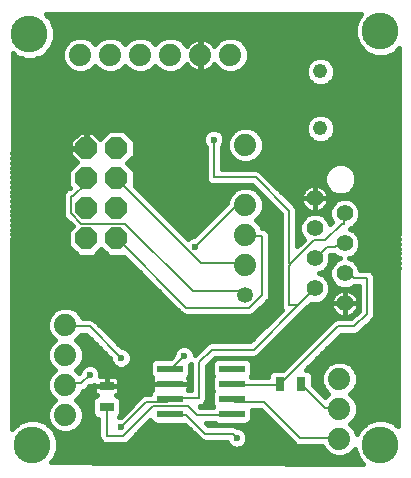
<source format=gbl>
G75*
%MOIN*%
%OFA0B0*%
%FSLAX24Y24*%
%IPPOS*%
%LPD*%
%AMOC8*
5,1,8,0,0,1.08239X$1,22.5*
%
%ADD10R,0.0870X0.0240*%
%ADD11C,0.0480*%
%ADD12R,0.0472X0.0315*%
%ADD13R,0.0315X0.0472*%
%ADD14C,0.0740*%
%ADD15C,0.0531*%
%ADD16OC8,0.0740*%
%ADD17C,0.0560*%
%ADD18C,0.0059*%
%ADD19C,0.0236*%
%ADD20C,0.0160*%
%ADD21C,0.1227*%
D10*
X009680Y006840D03*
X009680Y007340D03*
X009680Y007840D03*
X009680Y008340D03*
X011740Y008340D03*
X011740Y007840D03*
X011740Y007340D03*
X011740Y006840D03*
D11*
X014690Y016350D03*
X014690Y018250D03*
D12*
X007560Y007775D03*
X007560Y007066D03*
D13*
X013325Y007830D03*
X014034Y007830D03*
D14*
X015320Y008000D03*
X015320Y007000D03*
X015320Y006000D03*
X012190Y011800D03*
X012190Y012800D03*
X012190Y013800D03*
X012190Y015800D03*
X011690Y018800D03*
X010690Y018800D03*
X009690Y018800D03*
X008690Y018800D03*
X007690Y018800D03*
X006690Y018800D03*
X006190Y009800D03*
X006190Y008800D03*
X006190Y007800D03*
X006190Y006800D03*
D15*
X012190Y010800D03*
D16*
X007890Y012690D03*
X007890Y013690D03*
X007890Y014690D03*
X007890Y015690D03*
X006890Y015690D03*
X006890Y014690D03*
X006890Y013690D03*
X006890Y012690D03*
D17*
X014500Y013020D03*
X014500Y014020D03*
X015500Y013520D03*
X015500Y012520D03*
X015500Y011520D03*
X015500Y010520D03*
X014500Y011020D03*
X014500Y012020D03*
D18*
X014560Y012060D01*
X014910Y012410D01*
X015190Y012410D01*
X015260Y012480D01*
X015470Y012480D01*
X015500Y012520D01*
X015470Y013180D02*
X015400Y013180D01*
X014840Y012620D01*
X014490Y012620D01*
X013720Y011850D01*
X013650Y011850D01*
X013650Y013600D01*
X012530Y014720D01*
X011130Y014720D01*
X011130Y015980D01*
X011830Y013740D02*
X012180Y013740D01*
X012190Y013800D01*
X011830Y013740D02*
X010500Y012410D01*
X010710Y011850D02*
X012180Y011850D01*
X012190Y011800D01*
X012040Y010940D02*
X010430Y010940D01*
X008190Y013180D01*
X006720Y013180D01*
X006370Y013530D01*
X006370Y014090D01*
X006440Y014090D01*
X006860Y014510D01*
X006860Y014650D01*
X006890Y014690D01*
X007890Y014690D02*
X007910Y014650D01*
X010710Y011850D01*
X010220Y010380D02*
X012320Y010380D01*
X012740Y010800D01*
X012740Y012760D01*
X012250Y012760D01*
X012190Y012800D01*
X013650Y011780D02*
X013650Y010450D01*
X013930Y010450D01*
X014500Y011020D01*
X013930Y010450D02*
X012460Y008980D01*
X011060Y008980D01*
X010640Y008560D01*
X010640Y007370D01*
X009730Y007370D01*
X009680Y007340D01*
X009660Y007300D01*
X009590Y007230D01*
X008890Y007230D01*
X008050Y006390D01*
X008120Y006110D02*
X009100Y007090D01*
X010290Y007090D01*
X010570Y006810D01*
X011690Y006810D01*
X011740Y006840D01*
X011830Y007230D02*
X011760Y007300D01*
X011740Y007340D01*
X011830Y007230D02*
X012810Y007230D01*
X014000Y006040D01*
X015260Y006040D01*
X015320Y006000D01*
X015320Y007000D02*
X015260Y007020D01*
X014840Y007020D01*
X014070Y007790D01*
X014034Y007830D01*
X013370Y007860D02*
X013325Y007830D01*
X013300Y007790D01*
X011760Y007790D01*
X011740Y007840D01*
X011760Y006180D02*
X010850Y006180D01*
X010220Y006810D01*
X009730Y006810D01*
X009680Y006840D01*
X009680Y008340D02*
X009730Y008350D01*
X010150Y008770D01*
X010220Y010380D02*
X007910Y012690D01*
X007890Y012690D01*
X007000Y009750D02*
X006230Y009750D01*
X006190Y009800D01*
X007000Y009750D02*
X008050Y008700D01*
X007000Y008140D02*
X006720Y007860D01*
X006230Y007860D01*
X006190Y007800D01*
X007560Y007066D02*
X007560Y006110D01*
X008120Y006110D01*
X011760Y006180D02*
X011900Y006040D01*
X013370Y007860D02*
X015260Y009750D01*
X015820Y009750D01*
X016240Y010170D01*
X016240Y011360D01*
X015820Y011360D01*
X015610Y011570D01*
X015540Y011570D01*
X015500Y011520D01*
X015470Y013180D02*
X015470Y013460D01*
X015500Y013520D01*
X013720Y011850D02*
X013650Y011780D01*
X012190Y010800D02*
X012180Y010800D01*
X012040Y010940D01*
D19*
X010500Y012410D03*
X011130Y015980D03*
X010150Y008770D03*
X008050Y008700D03*
X007000Y008140D03*
X008050Y006390D03*
X011900Y006040D03*
D20*
X011988Y005690D02*
X014788Y005690D01*
X014802Y005655D02*
X014754Y005771D01*
X013946Y005771D01*
X013847Y005812D01*
X013771Y005888D01*
X012698Y006961D01*
X012414Y006961D01*
X012414Y006673D01*
X012378Y006585D01*
X012310Y006517D01*
X012222Y006480D01*
X011257Y006480D01*
X011169Y006517D01*
X011145Y006541D01*
X010870Y006541D01*
X010961Y006450D01*
X011813Y006450D01*
X011912Y006409D01*
X011923Y006399D01*
X011971Y006399D01*
X012102Y006344D01*
X012203Y006243D01*
X012258Y006112D01*
X012258Y005969D01*
X012203Y005838D01*
X012102Y005737D01*
X011971Y005682D01*
X011828Y005682D01*
X011697Y005737D01*
X011596Y005838D01*
X011566Y005911D01*
X010796Y005911D01*
X010697Y005952D01*
X010167Y006482D01*
X010166Y006482D01*
X010167Y006482D02*
X010162Y006480D01*
X009197Y006480D01*
X009109Y006517D01*
X009041Y006585D01*
X009022Y006631D01*
X008272Y005882D01*
X008173Y005841D01*
X007506Y005841D01*
X007407Y005882D01*
X007331Y005958D01*
X007290Y006057D01*
X007290Y006669D01*
X007276Y006669D01*
X007187Y006705D01*
X007120Y006773D01*
X007083Y006861D01*
X007083Y007271D01*
X007120Y007360D01*
X007187Y007427D01*
X007249Y007453D01*
X007213Y007473D01*
X007179Y007507D01*
X007156Y007548D01*
X007143Y007594D01*
X007143Y007775D01*
X007559Y007775D01*
X007559Y007775D01*
X007559Y008112D01*
X007358Y008112D01*
X007358Y008212D01*
X007303Y008343D01*
X007202Y008444D01*
X007071Y008499D01*
X006928Y008499D01*
X006797Y008444D01*
X006696Y008343D01*
X006641Y008212D01*
X006641Y008211D01*
X006552Y008300D01*
X006707Y008455D01*
X006799Y008679D01*
X006799Y008922D01*
X006707Y009146D01*
X006552Y009300D01*
X006707Y009455D01*
X006717Y009481D01*
X006888Y009481D01*
X007691Y008677D01*
X007691Y008629D01*
X007746Y008498D01*
X007847Y008397D01*
X007978Y008342D01*
X008121Y008342D01*
X008252Y008397D01*
X008353Y008498D01*
X008408Y008629D01*
X008408Y008772D01*
X008353Y008903D01*
X008252Y009004D01*
X008121Y009059D01*
X008073Y009059D01*
X007228Y009903D01*
X007152Y009979D01*
X007053Y010020D01*
X006759Y010020D01*
X006707Y010146D01*
X006535Y010318D01*
X006311Y010410D01*
X006068Y010410D01*
X005844Y010318D01*
X005672Y010146D01*
X005580Y009922D01*
X005580Y009679D01*
X005672Y009455D01*
X005827Y009300D01*
X005672Y009146D01*
X005580Y008922D01*
X005580Y008679D01*
X005672Y008455D01*
X005827Y008300D01*
X005672Y008146D01*
X005580Y007922D01*
X005580Y007679D01*
X005672Y007455D01*
X005827Y007300D01*
X005672Y007146D01*
X005580Y006922D01*
X005580Y006679D01*
X005672Y006455D01*
X005844Y006283D01*
X006068Y006190D01*
X006311Y006190D01*
X006535Y006283D01*
X006707Y006455D01*
X006799Y006679D01*
X006799Y006922D01*
X006707Y007146D01*
X006552Y007300D01*
X006707Y007455D01*
X006763Y007591D01*
X006773Y007591D01*
X006872Y007632D01*
X006948Y007708D01*
X007023Y007782D01*
X007071Y007782D01*
X007143Y007812D01*
X007143Y007775D01*
X007559Y007775D01*
X007560Y007775D01*
X007976Y007775D01*
X007976Y007956D01*
X007963Y008002D01*
X007940Y008043D01*
X007906Y008076D01*
X007865Y008100D01*
X007819Y008112D01*
X007560Y008112D01*
X007560Y007775D01*
X007560Y007775D01*
X007976Y007775D01*
X007976Y007594D01*
X007963Y007548D01*
X007940Y007507D01*
X007906Y007473D01*
X007870Y007453D01*
X007932Y007427D01*
X007999Y007360D01*
X008036Y007271D01*
X008036Y006861D01*
X007999Y006773D01*
X007973Y006746D01*
X007978Y006749D01*
X008026Y006749D01*
X008661Y007383D01*
X008737Y007459D01*
X008836Y007500D01*
X009005Y007500D01*
X009005Y007508D01*
X009041Y007596D01*
X009084Y007639D01*
X009077Y007651D01*
X009065Y007697D01*
X009065Y007840D01*
X009679Y007840D01*
X009679Y007841D01*
X009064Y007841D01*
X009065Y007984D01*
X009077Y008030D01*
X009084Y008042D01*
X009041Y008085D01*
X009005Y008173D01*
X009005Y008508D01*
X009041Y008596D01*
X009109Y008664D01*
X009197Y008700D01*
X009698Y008700D01*
X009791Y008794D01*
X009791Y008842D01*
X009846Y008973D01*
X009947Y009074D01*
X010078Y009129D01*
X010221Y009129D01*
X010352Y009074D01*
X010453Y008973D01*
X010508Y008842D01*
X010508Y008810D01*
X010907Y009209D01*
X011006Y009250D01*
X012348Y009250D01*
X013414Y010316D01*
X013380Y010397D01*
X013380Y013489D01*
X012418Y014451D01*
X011076Y014451D01*
X010977Y014492D01*
X010901Y014568D01*
X010860Y014667D01*
X010860Y015744D01*
X010826Y015778D01*
X010771Y015909D01*
X010771Y016052D01*
X010826Y016183D01*
X010927Y016284D01*
X011058Y016339D01*
X011201Y016339D01*
X011332Y016284D01*
X011433Y016183D01*
X011488Y016052D01*
X011488Y015909D01*
X011433Y015778D01*
X011399Y015744D01*
X011399Y014990D01*
X012583Y014990D01*
X012682Y014949D01*
X013802Y013829D01*
X013878Y013753D01*
X013919Y013654D01*
X013919Y012431D01*
X014136Y012648D01*
X014059Y012726D01*
X013980Y012917D01*
X013980Y013124D01*
X014059Y013315D01*
X014205Y013461D01*
X014396Y013540D01*
X014603Y013540D01*
X014794Y013461D01*
X014940Y013315D01*
X015003Y013165D01*
X015061Y013223D01*
X015059Y013226D01*
X014980Y013417D01*
X014980Y013624D01*
X015059Y013815D01*
X015205Y013961D01*
X015396Y014040D01*
X015603Y014040D01*
X015794Y013961D01*
X015940Y013815D01*
X016019Y013624D01*
X016019Y013417D01*
X015940Y013226D01*
X015794Y013080D01*
X015704Y013042D01*
X015698Y013028D01*
X015679Y013009D01*
X015794Y012961D01*
X015940Y012815D01*
X016019Y012624D01*
X016019Y012417D01*
X015940Y012226D01*
X015794Y012080D01*
X015651Y012020D01*
X015794Y011961D01*
X015940Y011815D01*
X016017Y011630D01*
X016293Y011630D01*
X016392Y011589D01*
X016468Y011513D01*
X016509Y011414D01*
X016509Y010117D01*
X016468Y010018D01*
X016392Y009942D01*
X016392Y009942D01*
X016048Y009598D01*
X016048Y009598D01*
X015972Y009522D01*
X015873Y009481D01*
X015371Y009481D01*
X014197Y008307D01*
X014239Y008307D01*
X014327Y008270D01*
X014395Y008203D01*
X014431Y008114D01*
X014431Y007810D01*
X014849Y007392D01*
X014957Y007500D01*
X014802Y007655D01*
X014710Y007879D01*
X014710Y008122D01*
X014802Y008346D01*
X014974Y008518D01*
X015198Y008610D01*
X015441Y008610D01*
X015665Y008518D01*
X015837Y008346D01*
X015929Y008122D01*
X015929Y007879D01*
X015837Y007655D01*
X015682Y007500D01*
X015837Y007346D01*
X015929Y007122D01*
X015929Y006879D01*
X015837Y006655D01*
X015682Y006500D01*
X015837Y006346D01*
X015914Y006159D01*
X015966Y006284D01*
X016206Y006524D01*
X016520Y006654D01*
X016859Y006654D01*
X017173Y006524D01*
X017274Y006422D01*
X017315Y019019D01*
X017173Y018877D01*
X016859Y018747D01*
X016520Y018747D01*
X016206Y018877D01*
X015966Y019117D01*
X015836Y019431D01*
X015836Y019770D01*
X015966Y020084D01*
X016040Y020158D01*
X005533Y020164D01*
X005713Y019984D01*
X005843Y019670D01*
X005843Y019331D01*
X005713Y019017D01*
X005473Y018777D01*
X005159Y018647D01*
X004820Y018647D01*
X004506Y018777D01*
X004428Y018855D01*
X004415Y006333D01*
X004606Y006524D01*
X004920Y006654D01*
X005259Y006654D01*
X005573Y006524D01*
X005813Y006284D01*
X005943Y005970D01*
X005943Y005631D01*
X005813Y005317D01*
X005718Y005222D01*
X016124Y005159D01*
X015966Y005317D01*
X015836Y005631D01*
X015836Y005654D01*
X015665Y005483D01*
X015441Y005390D01*
X015198Y005390D01*
X014974Y005483D01*
X014802Y005655D01*
X014926Y005531D02*
X005902Y005531D01*
X005943Y005690D02*
X011811Y005690D01*
X011592Y005848D02*
X008190Y005848D01*
X008397Y006007D02*
X010642Y006007D01*
X010484Y006165D02*
X008555Y006165D01*
X008714Y006324D02*
X010325Y006324D01*
X010681Y007080D02*
X010660Y007101D01*
X010693Y007101D01*
X010792Y007142D01*
X010868Y007218D01*
X010909Y007317D01*
X010909Y008449D01*
X011171Y008711D01*
X012513Y008711D01*
X012612Y008752D01*
X012688Y008828D01*
X014082Y010222D01*
X014082Y010222D01*
X014158Y010298D01*
X014371Y010511D01*
X014396Y010500D01*
X014603Y010500D01*
X014794Y010580D01*
X014940Y010726D01*
X015019Y010917D01*
X015019Y011124D01*
X014940Y011315D01*
X014794Y011461D01*
X014651Y011520D01*
X014794Y011580D01*
X014940Y011726D01*
X015019Y011917D01*
X015019Y012124D01*
X015015Y012135D01*
X015021Y012141D01*
X015144Y012141D01*
X015205Y012080D01*
X015348Y012020D01*
X015205Y011961D01*
X015059Y011815D01*
X014980Y011624D01*
X014980Y011417D01*
X015059Y011226D01*
X015205Y011080D01*
X015396Y011000D01*
X015603Y011000D01*
X015794Y011080D01*
X015805Y011091D01*
X015970Y011091D01*
X015970Y010282D01*
X015708Y010020D01*
X015206Y010020D01*
X015107Y009979D01*
X015031Y009903D01*
X013435Y008307D01*
X013120Y008307D01*
X013032Y008270D01*
X012964Y008203D01*
X012928Y008114D01*
X012928Y008060D01*
X012393Y008060D01*
X012380Y008090D01*
X012414Y008173D01*
X012414Y008508D01*
X012378Y008596D01*
X012310Y008664D01*
X012222Y008700D01*
X011257Y008700D01*
X011169Y008664D01*
X011101Y008596D01*
X011065Y008508D01*
X011065Y008173D01*
X011099Y008090D01*
X011065Y008008D01*
X011065Y007673D01*
X011099Y007590D01*
X011065Y007508D01*
X011065Y007173D01*
X011099Y007090D01*
X011094Y007080D01*
X010681Y007080D01*
X010729Y007116D02*
X011088Y007116D01*
X011065Y007275D02*
X010891Y007275D01*
X010909Y007433D02*
X011065Y007433D01*
X011098Y007592D02*
X010909Y007592D01*
X010909Y007750D02*
X011065Y007750D01*
X011065Y007909D02*
X010909Y007909D01*
X010909Y008067D02*
X011089Y008067D01*
X011065Y008226D02*
X010909Y008226D01*
X010909Y008384D02*
X011065Y008384D01*
X011079Y008543D02*
X011003Y008543D01*
X011161Y008701D02*
X013829Y008701D01*
X013987Y008860D02*
X012720Y008860D01*
X012878Y009018D02*
X014146Y009018D01*
X014304Y009177D02*
X013037Y009177D01*
X013195Y009335D02*
X014463Y009335D01*
X014621Y009494D02*
X013354Y009494D01*
X013512Y009652D02*
X014780Y009652D01*
X014938Y009811D02*
X013671Y009811D01*
X013829Y009969D02*
X015097Y009969D01*
X015200Y010170D02*
X015149Y010221D01*
X015106Y010279D01*
X015073Y010344D01*
X015051Y010413D01*
X015040Y010484D01*
X015040Y010520D01*
X015499Y010520D01*
X015499Y010521D01*
X015499Y010980D01*
X015463Y010980D01*
X015392Y010969D01*
X015323Y010947D01*
X015258Y010914D01*
X015200Y010871D01*
X015149Y010820D01*
X015106Y010762D01*
X015073Y010697D01*
X015051Y010628D01*
X015040Y010557D01*
X015039Y010521D01*
X015499Y010521D01*
X015500Y010521D01*
X015500Y010980D01*
X015536Y010980D01*
X015607Y010969D01*
X015676Y010947D01*
X015741Y010914D01*
X015799Y010871D01*
X015850Y010820D01*
X015893Y010762D01*
X015926Y010697D01*
X015948Y010628D01*
X015959Y010557D01*
X015959Y010521D01*
X015500Y010521D01*
X015500Y010520D01*
X015959Y010520D01*
X015959Y010484D01*
X015948Y010413D01*
X015926Y010344D01*
X015893Y010279D01*
X015850Y010221D01*
X015799Y010170D01*
X015741Y010127D01*
X015676Y010094D01*
X015607Y010072D01*
X015536Y010060D01*
X015500Y010060D01*
X015500Y010520D01*
X015499Y010520D01*
X015499Y010060D01*
X015463Y010060D01*
X015392Y010072D01*
X015323Y010094D01*
X015258Y010127D01*
X015200Y010170D01*
X015258Y010128D02*
X013988Y010128D01*
X014146Y010286D02*
X015103Y010286D01*
X015046Y010445D02*
X014305Y010445D01*
X014158Y010298D02*
X014158Y010298D01*
X014817Y010603D02*
X015047Y010603D01*
X015106Y010762D02*
X014955Y010762D01*
X015019Y010920D02*
X015270Y010920D01*
X015208Y011079D02*
X015019Y011079D01*
X015054Y011237D02*
X014973Y011237D01*
X014988Y011396D02*
X014860Y011396D01*
X014980Y011554D02*
X014732Y011554D01*
X014927Y011713D02*
X015016Y011713D01*
X015000Y011871D02*
X015115Y011871D01*
X015019Y012030D02*
X015326Y012030D01*
X015673Y012030D02*
X017293Y012030D01*
X017293Y012188D02*
X015902Y012188D01*
X015990Y012347D02*
X017294Y012347D01*
X017294Y012505D02*
X016019Y012505D01*
X016003Y012664D02*
X017295Y012664D01*
X017295Y012822D02*
X015933Y012822D01*
X015748Y012981D02*
X017296Y012981D01*
X017296Y013139D02*
X015853Y013139D01*
X015970Y013298D02*
X017297Y013298D01*
X017297Y013456D02*
X016019Y013456D01*
X016019Y013615D02*
X017298Y013615D01*
X017298Y013773D02*
X015958Y013773D01*
X015824Y013932D02*
X017299Y013932D01*
X017299Y014090D02*
X014954Y014090D01*
X014959Y014057D02*
X014948Y014128D01*
X014926Y014197D01*
X014893Y014262D01*
X014850Y014320D01*
X014799Y014371D01*
X014741Y014414D01*
X014676Y014447D01*
X014607Y014469D01*
X014536Y014480D01*
X014500Y014480D01*
X014500Y014021D01*
X014499Y014021D01*
X014499Y014480D01*
X014463Y014480D01*
X014392Y014469D01*
X014323Y014447D01*
X014258Y014414D01*
X014200Y014371D01*
X014149Y014320D01*
X014106Y014262D01*
X014073Y014197D01*
X014051Y014128D01*
X014040Y014057D01*
X014039Y014021D01*
X014499Y014021D01*
X014499Y014020D01*
X014040Y014020D01*
X014040Y013984D01*
X014051Y013913D01*
X014073Y013844D01*
X014106Y013779D01*
X014149Y013721D01*
X014200Y013670D01*
X014258Y013627D01*
X014323Y013594D01*
X014392Y013572D01*
X014463Y013560D01*
X014499Y013560D01*
X014499Y014020D01*
X014500Y014020D01*
X014500Y014021D01*
X014959Y014021D01*
X014959Y014057D01*
X014959Y014020D02*
X014500Y014020D01*
X014500Y013560D01*
X014536Y013560D01*
X014607Y013572D01*
X014676Y013594D01*
X014741Y013627D01*
X014799Y013670D01*
X014850Y013721D01*
X014893Y013779D01*
X014926Y013844D01*
X014948Y013913D01*
X014959Y013984D01*
X014959Y014020D01*
X014951Y013932D02*
X015175Y013932D01*
X015249Y014123D02*
X015053Y014205D01*
X014902Y014355D01*
X014821Y014552D01*
X014821Y014765D01*
X014902Y014962D01*
X015053Y015112D01*
X015249Y015194D01*
X015462Y015194D01*
X015659Y015112D01*
X015810Y014962D01*
X015891Y014765D01*
X015891Y014552D01*
X015810Y014355D01*
X015659Y014205D01*
X015462Y014123D01*
X015249Y014123D01*
X015009Y014249D02*
X014900Y014249D01*
X014881Y014407D02*
X014750Y014407D01*
X014821Y014566D02*
X013066Y014566D01*
X012907Y014724D02*
X014821Y014724D01*
X014869Y014883D02*
X012749Y014883D01*
X012535Y015283D02*
X012707Y015455D01*
X012799Y015679D01*
X012799Y015922D01*
X012707Y016146D01*
X012535Y016318D01*
X012311Y016410D01*
X012068Y016410D01*
X011844Y016318D01*
X011672Y016146D01*
X011580Y015922D01*
X011580Y015679D01*
X011672Y015455D01*
X011844Y015283D01*
X012068Y015190D01*
X012311Y015190D01*
X012535Y015283D01*
X012610Y015358D02*
X017303Y015358D01*
X017303Y015200D02*
X012333Y015200D01*
X012046Y015200D02*
X011399Y015200D01*
X011399Y015358D02*
X011769Y015358D01*
X011647Y015517D02*
X011399Y015517D01*
X011399Y015675D02*
X011581Y015675D01*
X011580Y015834D02*
X011456Y015834D01*
X011488Y015992D02*
X011609Y015992D01*
X011677Y016151D02*
X011447Y016151D01*
X011272Y016309D02*
X011835Y016309D01*
X012544Y016309D02*
X014210Y016309D01*
X014210Y016255D02*
X014283Y016079D01*
X014418Y015944D01*
X014594Y015870D01*
X014785Y015870D01*
X014961Y015944D01*
X015096Y016079D01*
X015169Y016255D01*
X015169Y016446D01*
X015096Y016622D01*
X014961Y016757D01*
X014785Y016830D01*
X014594Y016830D01*
X014418Y016757D01*
X014283Y016622D01*
X014210Y016446D01*
X014210Y016255D01*
X014253Y016151D02*
X012702Y016151D01*
X012770Y015992D02*
X014369Y015992D01*
X014218Y016468D02*
X004425Y016468D01*
X004426Y016626D02*
X014286Y016626D01*
X014483Y016785D02*
X004426Y016785D01*
X004426Y016943D02*
X017308Y016943D01*
X017308Y016785D02*
X014896Y016785D01*
X015093Y016626D02*
X017307Y016626D01*
X017307Y016468D02*
X015161Y016468D01*
X015169Y016309D02*
X017306Y016309D01*
X017306Y016151D02*
X015126Y016151D01*
X015010Y015992D02*
X017305Y015992D01*
X017305Y015834D02*
X012799Y015834D01*
X012798Y015675D02*
X017304Y015675D01*
X017304Y015517D02*
X012732Y015517D01*
X012462Y014407D02*
X012319Y014407D01*
X012311Y014410D02*
X012068Y014410D01*
X011844Y014318D01*
X011672Y014146D01*
X011580Y013922D01*
X011580Y013872D01*
X010476Y012769D01*
X010428Y012769D01*
X010297Y012714D01*
X010262Y012679D01*
X008499Y014442D01*
X008499Y014943D01*
X008252Y015190D01*
X008499Y015438D01*
X008499Y015943D01*
X008142Y016300D01*
X007637Y016300D01*
X007347Y016011D01*
X007117Y016240D01*
X006910Y016240D01*
X006910Y015711D01*
X006869Y015711D01*
X006869Y016240D01*
X006662Y016240D01*
X006340Y015918D01*
X006340Y015710D01*
X006869Y015710D01*
X006869Y015670D01*
X006339Y015670D01*
X006340Y015463D01*
X006569Y015233D01*
X006280Y014943D01*
X006280Y014438D01*
X006343Y014375D01*
X006328Y014360D01*
X006316Y014360D01*
X006217Y014319D01*
X006141Y014243D01*
X006100Y014144D01*
X006100Y013477D01*
X006141Y013378D01*
X006217Y013302D01*
X006428Y013091D01*
X006280Y012943D01*
X006280Y012438D01*
X006637Y012080D01*
X007142Y012080D01*
X007389Y012328D01*
X007637Y012080D01*
X008138Y012080D01*
X009991Y010228D01*
X010067Y010152D01*
X010166Y010111D01*
X012373Y010111D01*
X012472Y010152D01*
X012892Y010572D01*
X012968Y010648D01*
X013009Y010747D01*
X013009Y012814D01*
X012968Y012913D01*
X012892Y012989D01*
X012793Y013030D01*
X012755Y013030D01*
X012707Y013146D01*
X012552Y013300D01*
X012707Y013455D01*
X012799Y013679D01*
X012799Y013922D01*
X012707Y014146D01*
X012535Y014318D01*
X012311Y014410D01*
X012060Y014407D02*
X008534Y014407D01*
X008499Y014566D02*
X010903Y014566D01*
X010860Y014724D02*
X008499Y014724D01*
X008499Y014883D02*
X010860Y014883D01*
X010860Y015041D02*
X008402Y015041D01*
X008261Y015200D02*
X010860Y015200D01*
X010860Y015358D02*
X008420Y015358D01*
X008499Y015517D02*
X010860Y015517D01*
X010860Y015675D02*
X008499Y015675D01*
X008499Y015834D02*
X010803Y015834D01*
X010771Y015992D02*
X008451Y015992D01*
X008292Y016151D02*
X010812Y016151D01*
X010987Y016309D02*
X004425Y016309D01*
X004425Y016151D02*
X006572Y016151D01*
X006413Y015992D02*
X004425Y015992D01*
X004425Y015834D02*
X006340Y015834D01*
X006339Y015517D02*
X004424Y015517D01*
X004425Y015675D02*
X006869Y015675D01*
X006869Y015834D02*
X006910Y015834D01*
X006910Y015992D02*
X006869Y015992D01*
X006869Y016151D02*
X006910Y016151D01*
X007207Y016151D02*
X007487Y016151D01*
X006444Y015358D02*
X004424Y015358D01*
X004424Y015200D02*
X006536Y015200D01*
X006377Y015041D02*
X004424Y015041D01*
X004424Y014883D02*
X006280Y014883D01*
X006280Y014724D02*
X004424Y014724D01*
X004424Y014566D02*
X006280Y014566D01*
X006310Y014407D02*
X004423Y014407D01*
X004423Y014249D02*
X006146Y014249D01*
X006100Y014090D02*
X004423Y014090D01*
X004423Y013932D02*
X006100Y013932D01*
X006100Y013773D02*
X004423Y013773D01*
X004423Y013615D02*
X006100Y013615D01*
X006109Y013456D02*
X004422Y013456D01*
X004422Y013298D02*
X006221Y013298D01*
X006380Y013139D02*
X004422Y013139D01*
X004422Y012981D02*
X006317Y012981D01*
X006280Y012822D02*
X004422Y012822D01*
X004422Y012664D02*
X006280Y012664D01*
X006280Y012505D02*
X004421Y012505D01*
X004421Y012347D02*
X006371Y012347D01*
X006529Y012188D02*
X004421Y012188D01*
X004421Y012030D02*
X008189Y012030D01*
X008348Y011871D02*
X004421Y011871D01*
X004421Y011713D02*
X008506Y011713D01*
X008665Y011554D02*
X004420Y011554D01*
X004420Y011396D02*
X008823Y011396D01*
X008982Y011237D02*
X004420Y011237D01*
X004420Y011079D02*
X009140Y011079D01*
X009299Y010920D02*
X004420Y010920D01*
X004420Y010762D02*
X009457Y010762D01*
X009616Y010603D02*
X004419Y010603D01*
X004419Y010445D02*
X009774Y010445D01*
X009933Y010286D02*
X006567Y010286D01*
X006714Y010128D02*
X010126Y010128D01*
X010874Y009177D02*
X007955Y009177D01*
X007796Y009335D02*
X012433Y009335D01*
X012591Y009494D02*
X007638Y009494D01*
X007479Y009652D02*
X012750Y009652D01*
X012908Y009811D02*
X007321Y009811D01*
X007162Y009969D02*
X013067Y009969D01*
X013225Y010128D02*
X012413Y010128D01*
X012606Y010286D02*
X013384Y010286D01*
X013380Y010445D02*
X012765Y010445D01*
X012923Y010603D02*
X013380Y010603D01*
X013380Y010762D02*
X013009Y010762D01*
X013009Y010920D02*
X013380Y010920D01*
X013380Y011079D02*
X013009Y011079D01*
X013009Y011237D02*
X013380Y011237D01*
X013380Y011396D02*
X013009Y011396D01*
X013009Y011554D02*
X013380Y011554D01*
X013380Y011713D02*
X013009Y011713D01*
X013009Y011871D02*
X013380Y011871D01*
X013380Y012030D02*
X013009Y012030D01*
X013009Y012188D02*
X013380Y012188D01*
X013380Y012347D02*
X013009Y012347D01*
X013009Y012505D02*
X013380Y012505D01*
X013380Y012664D02*
X013009Y012664D01*
X013006Y012822D02*
X013380Y012822D01*
X013380Y012981D02*
X012901Y012981D01*
X012710Y013139D02*
X013380Y013139D01*
X013380Y013298D02*
X012555Y013298D01*
X012707Y013456D02*
X013380Y013456D01*
X013254Y013615D02*
X012773Y013615D01*
X012799Y013773D02*
X013096Y013773D01*
X012937Y013932D02*
X012795Y013932D01*
X012779Y014090D02*
X012730Y014090D01*
X012620Y014249D02*
X012604Y014249D01*
X013224Y014407D02*
X014249Y014407D01*
X014099Y014249D02*
X013383Y014249D01*
X013541Y014090D02*
X014045Y014090D01*
X014048Y013932D02*
X013700Y013932D01*
X013858Y013773D02*
X014111Y013773D01*
X014283Y013615D02*
X013919Y013615D01*
X013919Y013456D02*
X014200Y013456D01*
X014051Y013298D02*
X013919Y013298D01*
X013919Y013139D02*
X013986Y013139D01*
X013980Y012981D02*
X013919Y012981D01*
X013919Y012822D02*
X014019Y012822D01*
X013919Y012664D02*
X014121Y012664D01*
X013993Y012505D02*
X013919Y012505D01*
X014499Y013615D02*
X014500Y013615D01*
X014499Y013773D02*
X014500Y013773D01*
X014499Y013932D02*
X014500Y013932D01*
X014499Y014090D02*
X014500Y014090D01*
X014499Y014249D02*
X014500Y014249D01*
X014499Y014407D02*
X014500Y014407D01*
X014888Y013773D02*
X015041Y013773D01*
X014980Y013615D02*
X014716Y013615D01*
X014799Y013456D02*
X014980Y013456D01*
X014948Y013298D02*
X015029Y013298D01*
X015703Y014249D02*
X017300Y014249D01*
X017300Y014407D02*
X015831Y014407D01*
X015891Y014566D02*
X017301Y014566D01*
X017301Y014724D02*
X015891Y014724D01*
X015842Y014883D02*
X017302Y014883D01*
X017302Y015041D02*
X015730Y015041D01*
X014982Y015041D02*
X011399Y015041D01*
X011775Y014249D02*
X008693Y014249D01*
X008851Y014090D02*
X011649Y014090D01*
X011584Y013932D02*
X009010Y013932D01*
X009168Y013773D02*
X011481Y013773D01*
X011322Y013615D02*
X009327Y013615D01*
X009485Y013456D02*
X011164Y013456D01*
X011005Y013298D02*
X009644Y013298D01*
X009802Y013139D02*
X010847Y013139D01*
X010688Y012981D02*
X009961Y012981D01*
X010119Y012822D02*
X010530Y012822D01*
X007529Y012188D02*
X007250Y012188D01*
X005812Y010286D02*
X004419Y010286D01*
X004419Y010128D02*
X005665Y010128D01*
X005599Y009969D02*
X004419Y009969D01*
X004419Y009811D02*
X005580Y009811D01*
X005591Y009652D02*
X004418Y009652D01*
X004418Y009494D02*
X005656Y009494D01*
X005792Y009335D02*
X004418Y009335D01*
X004418Y009177D02*
X005703Y009177D01*
X005619Y009018D02*
X004418Y009018D01*
X004418Y008860D02*
X005580Y008860D01*
X005580Y008701D02*
X004418Y008701D01*
X004417Y008543D02*
X005636Y008543D01*
X005743Y008384D02*
X004417Y008384D01*
X004417Y008226D02*
X005752Y008226D01*
X005640Y008067D02*
X004417Y008067D01*
X004417Y007909D02*
X005580Y007909D01*
X005580Y007750D02*
X004417Y007750D01*
X004416Y007592D02*
X005616Y007592D01*
X005694Y007433D02*
X004416Y007433D01*
X004416Y007275D02*
X005801Y007275D01*
X005660Y007116D02*
X004416Y007116D01*
X004416Y006958D02*
X005594Y006958D01*
X005580Y006799D02*
X004416Y006799D01*
X004415Y006641D02*
X004887Y006641D01*
X004564Y006482D02*
X004415Y006482D01*
X005292Y006641D02*
X005596Y006641D01*
X005615Y006482D02*
X005661Y006482D01*
X005773Y006324D02*
X005804Y006324D01*
X005862Y006165D02*
X007290Y006165D01*
X007290Y006324D02*
X006575Y006324D01*
X006718Y006482D02*
X007290Y006482D01*
X007290Y006641D02*
X006783Y006641D01*
X006799Y006799D02*
X007109Y006799D01*
X007083Y006958D02*
X006785Y006958D01*
X006719Y007116D02*
X007083Y007116D01*
X007085Y007275D02*
X006578Y007275D01*
X006685Y007433D02*
X007202Y007433D01*
X007144Y007592D02*
X006774Y007592D01*
X006990Y007750D02*
X007143Y007750D01*
X007559Y007909D02*
X007560Y007909D01*
X007559Y008067D02*
X007560Y008067D01*
X007352Y008226D02*
X009005Y008226D01*
X009005Y008384D02*
X008221Y008384D01*
X008372Y008543D02*
X009019Y008543D01*
X009059Y008067D02*
X007916Y008067D01*
X007976Y007909D02*
X009065Y007909D01*
X009065Y007750D02*
X007976Y007750D01*
X007975Y007592D02*
X009039Y007592D01*
X008711Y007433D02*
X007917Y007433D01*
X008034Y007275D02*
X008552Y007275D01*
X008394Y007116D02*
X008036Y007116D01*
X008036Y006958D02*
X008235Y006958D01*
X008077Y006799D02*
X008010Y006799D01*
X007311Y006007D02*
X005928Y006007D01*
X005943Y005848D02*
X007489Y005848D01*
X007106Y005214D02*
X016069Y005214D01*
X015943Y005373D02*
X005836Y005373D01*
X006627Y008226D02*
X006647Y008226D01*
X006636Y008384D02*
X006737Y008384D01*
X006743Y008543D02*
X007727Y008543D01*
X007668Y008701D02*
X006799Y008701D01*
X006799Y008860D02*
X007509Y008860D01*
X007351Y009018D02*
X006760Y009018D01*
X006676Y009177D02*
X007192Y009177D01*
X007034Y009335D02*
X006587Y009335D01*
X007262Y008384D02*
X007878Y008384D01*
X008408Y008701D02*
X009699Y008701D01*
X009799Y008860D02*
X008371Y008860D01*
X008219Y009018D02*
X009891Y009018D01*
X010370Y008485D02*
X010354Y008469D01*
X010354Y008173D01*
X010318Y008085D01*
X010275Y008042D01*
X010282Y008030D01*
X010294Y007984D01*
X010294Y007841D01*
X009680Y007841D01*
X009680Y007840D01*
X010294Y007840D01*
X010294Y007697D01*
X010282Y007651D01*
X010276Y007640D01*
X010370Y007640D01*
X010370Y008485D01*
X010370Y008384D02*
X010354Y008384D01*
X010354Y008226D02*
X010370Y008226D01*
X010370Y008067D02*
X010300Y008067D01*
X010294Y007909D02*
X010370Y007909D01*
X010370Y007750D02*
X010294Y007750D01*
X010500Y008860D02*
X010557Y008860D01*
X010408Y009018D02*
X010716Y009018D01*
X012400Y008543D02*
X013670Y008543D01*
X013512Y008384D02*
X012414Y008384D01*
X012414Y008226D02*
X012987Y008226D01*
X012928Y008067D02*
X012390Y008067D01*
X012414Y006958D02*
X012701Y006958D01*
X012860Y006799D02*
X012414Y006799D01*
X012401Y006641D02*
X013018Y006641D01*
X013177Y006482D02*
X012226Y006482D01*
X012123Y006324D02*
X013335Y006324D01*
X013494Y006165D02*
X012236Y006165D01*
X012258Y006007D02*
X013652Y006007D01*
X013811Y005848D02*
X012207Y005848D01*
X011253Y006482D02*
X010929Y006482D01*
X009193Y006482D02*
X008872Y006482D01*
X014274Y008384D02*
X014840Y008384D01*
X014752Y008226D02*
X014372Y008226D01*
X014431Y008067D02*
X014710Y008067D01*
X014710Y007909D02*
X014431Y007909D01*
X014491Y007750D02*
X014763Y007750D01*
X014866Y007592D02*
X014650Y007592D01*
X014808Y007433D02*
X014889Y007433D01*
X015750Y007433D02*
X017278Y007433D01*
X017277Y007275D02*
X015866Y007275D01*
X015929Y007116D02*
X017277Y007116D01*
X017276Y006958D02*
X015929Y006958D01*
X015896Y006799D02*
X017276Y006799D01*
X017275Y006641D02*
X016892Y006641D01*
X017215Y006482D02*
X017275Y006482D01*
X016487Y006641D02*
X015822Y006641D01*
X015701Y006482D02*
X016164Y006482D01*
X016006Y006324D02*
X015846Y006324D01*
X015912Y006165D02*
X015917Y006165D01*
X015877Y005531D02*
X015713Y005531D01*
X015773Y007592D02*
X017278Y007592D01*
X017279Y007750D02*
X015876Y007750D01*
X015929Y007909D02*
X017279Y007909D01*
X017280Y008067D02*
X015929Y008067D01*
X015887Y008226D02*
X017280Y008226D01*
X017281Y008384D02*
X015799Y008384D01*
X015605Y008543D02*
X017281Y008543D01*
X017282Y008701D02*
X014591Y008701D01*
X014433Y008543D02*
X015034Y008543D01*
X014750Y008860D02*
X017282Y008860D01*
X017283Y009018D02*
X014908Y009018D01*
X015067Y009177D02*
X017283Y009177D01*
X017284Y009335D02*
X015225Y009335D01*
X015903Y009494D02*
X017284Y009494D01*
X017285Y009652D02*
X016102Y009652D01*
X016261Y009811D02*
X017285Y009811D01*
X017286Y009969D02*
X016419Y009969D01*
X016509Y010128D02*
X017286Y010128D01*
X017287Y010286D02*
X016509Y010286D01*
X016509Y010445D02*
X017287Y010445D01*
X017288Y010603D02*
X016509Y010603D01*
X016509Y010762D02*
X017288Y010762D01*
X017289Y010920D02*
X016509Y010920D01*
X016509Y011079D02*
X017289Y011079D01*
X017290Y011237D02*
X016509Y011237D01*
X016509Y011396D02*
X017291Y011396D01*
X017291Y011554D02*
X016427Y011554D01*
X015983Y011713D02*
X017292Y011713D01*
X017292Y011871D02*
X015884Y011871D01*
X015970Y011079D02*
X015791Y011079D01*
X015729Y010920D02*
X015970Y010920D01*
X015970Y010762D02*
X015893Y010762D01*
X015952Y010603D02*
X015970Y010603D01*
X015953Y010445D02*
X015970Y010445D01*
X015970Y010286D02*
X015896Y010286D01*
X015815Y010128D02*
X015741Y010128D01*
X015500Y010128D02*
X015499Y010128D01*
X015499Y010286D02*
X015500Y010286D01*
X015499Y010445D02*
X015500Y010445D01*
X015499Y010603D02*
X015500Y010603D01*
X015499Y010762D02*
X015500Y010762D01*
X015499Y010920D02*
X015500Y010920D01*
X017309Y017102D02*
X004426Y017102D01*
X004426Y017260D02*
X017309Y017260D01*
X017310Y017419D02*
X004426Y017419D01*
X004427Y017577D02*
X017310Y017577D01*
X017311Y017736D02*
X004427Y017736D01*
X004427Y017894D02*
X014367Y017894D01*
X014418Y017844D02*
X014594Y017770D01*
X014785Y017770D01*
X014961Y017844D01*
X015096Y017979D01*
X015169Y018155D01*
X015169Y018346D01*
X015096Y018522D01*
X014961Y018657D01*
X014785Y018730D01*
X014594Y018730D01*
X014418Y018657D01*
X014283Y018522D01*
X014210Y018346D01*
X014210Y018155D01*
X014283Y017979D01*
X014418Y017844D01*
X014252Y018053D02*
X004427Y018053D01*
X004427Y018211D02*
X006519Y018211D01*
X006568Y018190D02*
X006811Y018190D01*
X007035Y018283D01*
X007190Y018438D01*
X007344Y018283D01*
X007568Y018190D01*
X007811Y018190D01*
X008035Y018283D01*
X008190Y018438D01*
X008344Y018283D01*
X008568Y018190D01*
X008811Y018190D01*
X009035Y018283D01*
X009190Y018438D01*
X009344Y018283D01*
X009568Y018190D01*
X009811Y018190D01*
X010035Y018283D01*
X010207Y018455D01*
X010226Y018502D01*
X010270Y018442D01*
X010331Y018381D01*
X010401Y018330D01*
X010478Y018291D01*
X010561Y018264D01*
X010646Y018250D01*
X010669Y018250D01*
X010669Y018780D01*
X010710Y018780D01*
X010710Y018250D01*
X010733Y018250D01*
X010818Y018264D01*
X010901Y018291D01*
X010978Y018330D01*
X011048Y018381D01*
X011109Y018442D01*
X011153Y018502D01*
X011172Y018455D01*
X011344Y018283D01*
X011568Y018190D01*
X011811Y018190D01*
X012035Y018283D01*
X012207Y018455D01*
X012299Y018679D01*
X012299Y018922D01*
X012207Y019146D01*
X012035Y019318D01*
X011811Y019410D01*
X011568Y019410D01*
X011344Y019318D01*
X011172Y019146D01*
X011153Y019099D01*
X011109Y019159D01*
X011048Y019220D01*
X010978Y019271D01*
X010901Y019310D01*
X010818Y019337D01*
X010733Y019350D01*
X010710Y019350D01*
X010710Y018821D01*
X010669Y018821D01*
X010669Y019350D01*
X010646Y019350D01*
X010561Y019337D01*
X010478Y019310D01*
X010401Y019271D01*
X010331Y019220D01*
X010270Y019159D01*
X010226Y019099D01*
X010207Y019146D01*
X010035Y019318D01*
X009811Y019410D01*
X009568Y019410D01*
X009344Y019318D01*
X009190Y019163D01*
X009035Y019318D01*
X008811Y019410D01*
X008568Y019410D01*
X008344Y019318D01*
X008190Y019163D01*
X008035Y019318D01*
X007811Y019410D01*
X007568Y019410D01*
X007344Y019318D01*
X007190Y019163D01*
X007035Y019318D01*
X006811Y019410D01*
X006568Y019410D01*
X006344Y019318D01*
X006172Y019146D01*
X006080Y018922D01*
X006080Y018679D01*
X006172Y018455D01*
X006344Y018283D01*
X006568Y018190D01*
X006258Y018370D02*
X004427Y018370D01*
X004428Y018528D02*
X006142Y018528D01*
X006080Y018687D02*
X005254Y018687D01*
X005541Y018845D02*
X006080Y018845D01*
X006113Y019004D02*
X005699Y019004D01*
X005773Y019162D02*
X006188Y019162D01*
X006351Y019321D02*
X005839Y019321D01*
X005843Y019479D02*
X015836Y019479D01*
X015836Y019638D02*
X005843Y019638D01*
X005791Y019796D02*
X015847Y019796D01*
X015912Y019955D02*
X005725Y019955D01*
X005584Y020113D02*
X015995Y020113D01*
X015882Y019321D02*
X012028Y019321D01*
X012191Y019162D02*
X015947Y019162D01*
X016080Y019004D02*
X012266Y019004D01*
X012299Y018845D02*
X016283Y018845D01*
X017096Y018845D02*
X017315Y018845D01*
X017314Y018687D02*
X014891Y018687D01*
X015091Y018528D02*
X017314Y018528D01*
X017313Y018370D02*
X015160Y018370D01*
X015169Y018211D02*
X017313Y018211D01*
X017312Y018053D02*
X015127Y018053D01*
X015012Y017894D02*
X017311Y017894D01*
X017299Y019004D02*
X017315Y019004D01*
X014488Y018687D02*
X012299Y018687D01*
X012237Y018528D02*
X014288Y018528D01*
X014219Y018370D02*
X012121Y018370D01*
X011860Y018211D02*
X014210Y018211D01*
X011519Y018211D02*
X009860Y018211D01*
X010121Y018370D02*
X010347Y018370D01*
X010669Y018370D02*
X010710Y018370D01*
X010710Y018528D02*
X010669Y018528D01*
X010669Y018687D02*
X010710Y018687D01*
X010710Y018845D02*
X010669Y018845D01*
X010669Y019004D02*
X010710Y019004D01*
X010710Y019162D02*
X010669Y019162D01*
X010669Y019321D02*
X010710Y019321D01*
X010869Y019321D02*
X011351Y019321D01*
X011188Y019162D02*
X011106Y019162D01*
X010510Y019321D02*
X010028Y019321D01*
X010191Y019162D02*
X010273Y019162D01*
X011032Y018370D02*
X011258Y018370D01*
X009519Y018211D02*
X008860Y018211D01*
X009121Y018370D02*
X009258Y018370D01*
X008519Y018211D02*
X007860Y018211D01*
X007519Y018211D02*
X006860Y018211D01*
X007121Y018370D02*
X007258Y018370D01*
X008121Y018370D02*
X008258Y018370D01*
X008351Y019321D02*
X008028Y019321D01*
X007351Y019321D02*
X007028Y019321D01*
X009028Y019321D02*
X009351Y019321D01*
X004725Y018687D02*
X004428Y018687D01*
X004428Y018845D02*
X004438Y018845D01*
D21*
X005090Y005800D03*
X016690Y005800D03*
X016690Y019600D03*
X004990Y019500D03*
M02*

</source>
